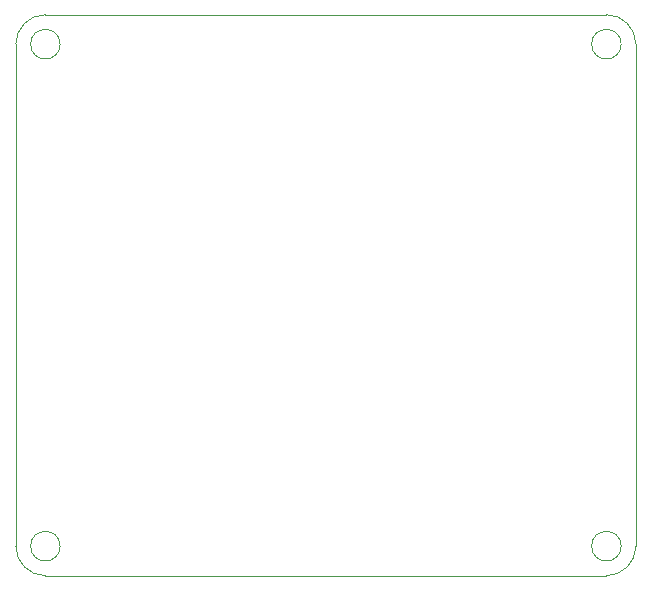
<source format=gbr>
%TF.GenerationSoftware,KiCad,Pcbnew,8.0.5*%
%TF.CreationDate,2025-04-23T17:08:06-05:00*%
%TF.ProjectId,test_board,74657374-5f62-46f6-9172-642e6b696361,rev?*%
%TF.SameCoordinates,Original*%
%TF.FileFunction,Profile,NP*%
%FSLAX46Y46*%
G04 Gerber Fmt 4.6, Leading zero omitted, Abs format (unit mm)*
G04 Created by KiCad (PCBNEW 8.0.5) date 2025-04-23 17:08:06*
%MOMM*%
%LPD*%
G01*
G04 APERTURE LIST*
%TA.AperFunction,Profile*%
%ADD10C,0.050000*%
%TD*%
G04 APERTURE END LIST*
D10*
X166250000Y-45000000D02*
G75*
G02*
X163750000Y-45000000I-1250000J0D01*
G01*
X163750000Y-45000000D02*
G75*
G02*
X166250000Y-45000000I1250000J0D01*
G01*
X118750000Y-87500000D02*
G75*
G02*
X116250000Y-87500000I-1250000J0D01*
G01*
X116250000Y-87500000D02*
G75*
G02*
X118750000Y-87500000I1250000J0D01*
G01*
X166250000Y-87500000D02*
G75*
G02*
X163750000Y-87500000I-1250000J0D01*
G01*
X163750000Y-87500000D02*
G75*
G02*
X166250000Y-87500000I1250000J0D01*
G01*
X115000000Y-45000000D02*
G75*
G02*
X117500000Y-42500000I2500000J0D01*
G01*
X115000000Y-87500000D02*
X115000000Y-45000000D01*
X117500000Y-42500000D02*
X165000000Y-42500000D01*
X167500000Y-87500000D02*
X167500000Y-45000000D01*
X167500000Y-87500000D02*
G75*
G02*
X165000000Y-90000000I-2500000J0D01*
G01*
X118750000Y-45000000D02*
G75*
G02*
X116250000Y-45000000I-1250000J0D01*
G01*
X116250000Y-45000000D02*
G75*
G02*
X118750000Y-45000000I1250000J0D01*
G01*
X117500000Y-90000000D02*
X165000000Y-90000000D01*
X117500000Y-90000000D02*
G75*
G02*
X115000000Y-87500000I0J2500000D01*
G01*
X165000000Y-42500000D02*
G75*
G02*
X167500000Y-45000000I0J-2500000D01*
G01*
M02*

</source>
